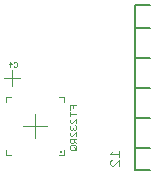
<source format=gbo>
G75*
G70*
%OFA0B0*%
%FSLAX24Y24*%
%IPPOS*%
%LPD*%
%AMOC8*
5,1,8,0,0,1.08239X$1,22.5*
%
%ADD10C,0.0010*%
%ADD11C,0.0000*%
%ADD12C,0.0118*%
%ADD13C,0.0040*%
%ADD14C,0.0020*%
%ADD15C,0.0030*%
%ADD16C,0.0050*%
D10*
X004948Y003617D02*
X004948Y003768D01*
X005023Y003692D01*
X004923Y003692D01*
X005071Y003642D02*
X005096Y003617D01*
X005146Y003617D01*
X005171Y003642D01*
X005171Y003742D01*
X005146Y003768D01*
X005096Y003768D01*
X005071Y003742D01*
D11*
X005006Y003501D02*
X005006Y002964D01*
X004737Y003232D02*
X005275Y003232D01*
X005781Y002037D02*
X005781Y001237D01*
X005381Y001637D02*
X006181Y001637D01*
D12*
X006637Y000781D03*
D13*
X004974Y000673D02*
X004816Y000673D01*
X004816Y000830D01*
X006588Y000673D02*
X006745Y000673D01*
X006745Y000830D01*
X006745Y002444D02*
X006745Y002602D01*
X006588Y002602D01*
X004974Y002602D02*
X004816Y002602D01*
X004816Y002444D01*
D14*
X006943Y002322D02*
X006943Y002175D01*
X006943Y002101D02*
X006943Y001954D01*
X006943Y002028D02*
X007163Y002028D01*
X007163Y001880D02*
X007017Y001733D01*
X006980Y001733D01*
X006943Y001770D01*
X006943Y001843D01*
X006980Y001880D01*
X007163Y001880D02*
X007163Y001733D01*
X007127Y001659D02*
X007163Y001622D01*
X007163Y001549D01*
X007127Y001512D01*
X007090Y001512D01*
X007053Y001549D01*
X007053Y001586D01*
X007053Y001549D02*
X007017Y001512D01*
X006980Y001512D01*
X006943Y001549D01*
X006943Y001622D01*
X006980Y001659D01*
X006980Y001438D02*
X006943Y001401D01*
X006943Y001328D01*
X006980Y001291D01*
X007017Y001291D01*
X007163Y001438D01*
X007163Y001291D01*
X007163Y001217D02*
X006943Y001217D01*
X006943Y001107D01*
X006980Y001070D01*
X007053Y001070D01*
X007090Y001107D01*
X007090Y001217D01*
X007090Y001144D02*
X007163Y001070D01*
X007127Y000996D02*
X006980Y000996D01*
X006943Y000959D01*
X006943Y000886D01*
X006980Y000849D01*
X007127Y000849D01*
X007163Y000886D01*
X007163Y000959D01*
X007127Y000996D01*
X007090Y000923D02*
X007163Y000849D01*
X007053Y002249D02*
X007053Y002322D01*
X007163Y002322D02*
X006943Y002322D01*
D15*
X008392Y000802D02*
X008296Y000706D01*
X008586Y000706D01*
X008586Y000802D02*
X008586Y000609D01*
X008586Y000508D02*
X008392Y000314D01*
X008344Y000314D01*
X008296Y000363D01*
X008296Y000459D01*
X008344Y000508D01*
X008586Y000508D02*
X008586Y000314D01*
D16*
X009101Y000167D02*
X009601Y000167D01*
X009101Y000167D02*
X009101Y000917D01*
X009601Y000917D01*
X009101Y000917D02*
X009101Y001917D01*
X009601Y001917D01*
X009101Y001917D02*
X009101Y002917D01*
X009601Y002917D01*
X009101Y002917D02*
X009101Y003917D01*
X009601Y003917D01*
X009101Y003917D02*
X009101Y004917D01*
X009601Y004917D01*
X009101Y004917D02*
X009101Y005667D01*
X009601Y005667D01*
M02*

</source>
